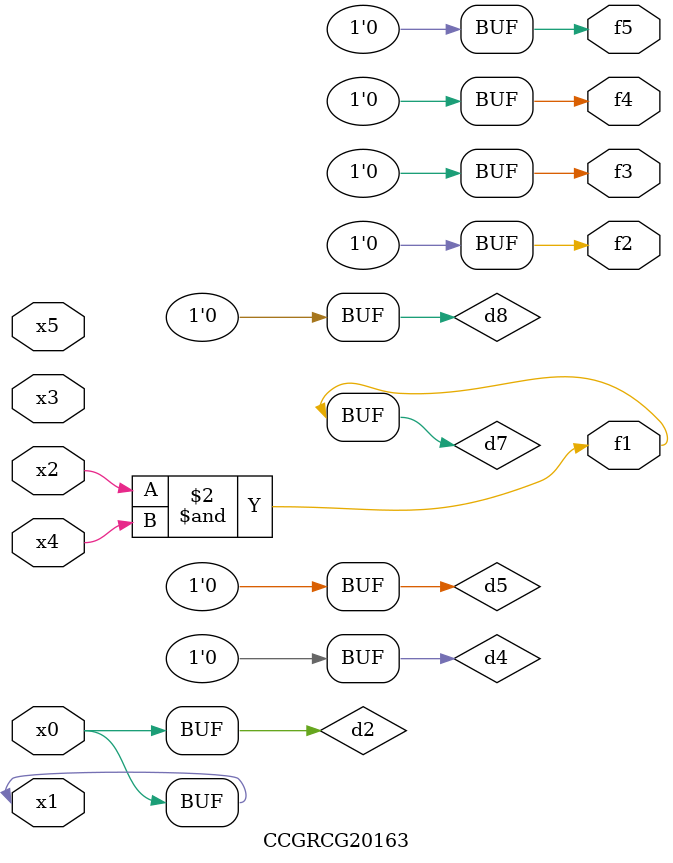
<source format=v>
module CCGRCG20163(
	input x0, x1, x2, x3, x4, x5,
	output f1, f2, f3, f4, f5
);

	wire d1, d2, d3, d4, d5, d6, d7, d8, d9;

	nand (d1, x1);
	buf (d2, x0, x1);
	nand (d3, x2, x4);
	and (d4, d1, d2);
	and (d5, d1, d2);
	nand (d6, d1, d3);
	not (d7, d3);
	xor (d8, d5);
	nor (d9, d5, d6);
	assign f1 = d7;
	assign f2 = d8;
	assign f3 = d8;
	assign f4 = d8;
	assign f5 = d8;
endmodule

</source>
